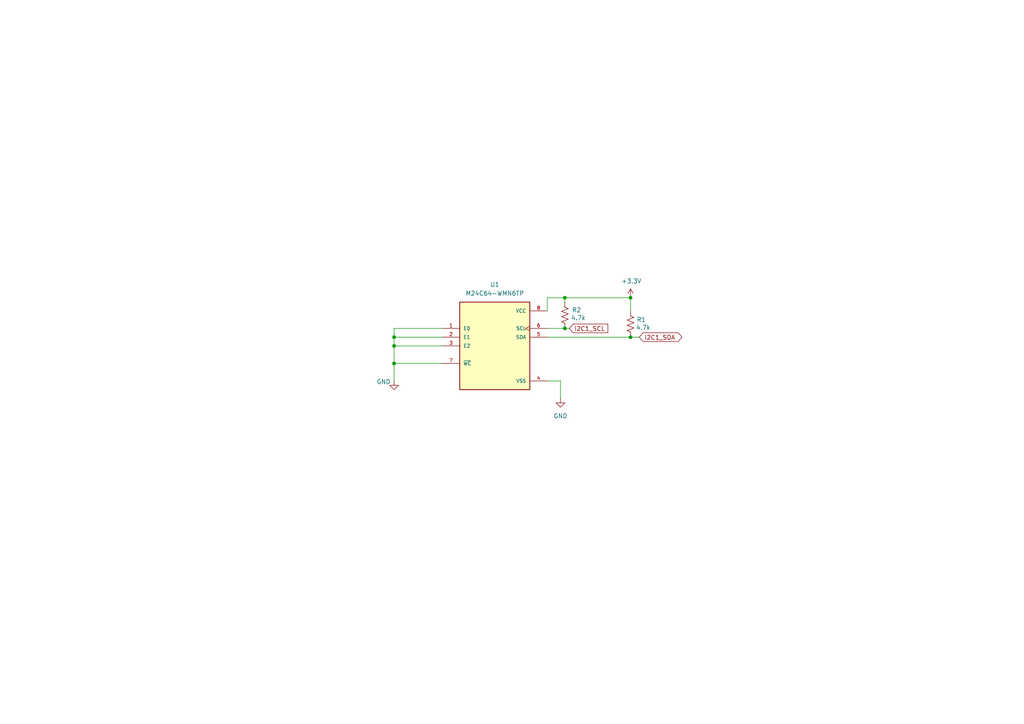
<source format=kicad_sch>
(kicad_sch (version 20250114) (generator "eeschema") (generator_version "9.0")
  (paper "A4")
  (lib_symbols
    (symbol "Device:R_US" (pin_numbers (hide yes)) (pin_names (offset 0))
      (property "Reference" "R" (at 2.54 0 90))
      (property "Value" "R_US" (at -2.54 0 90))
      (symbol "R_US_0_1"
        (polyline (pts (xy 0 2.286) (xy 0 2.54)))
        (polyline (pts (xy 0 2.286) (xy 1.016 1.905) (xy 0 1.524) (xy -1.016 1.143) (xy 0 0.762)))
        (polyline (pts (xy 0 0.762) (xy 1.016 0.381) (xy 0 0) (xy -1.016 -0.381) (xy 0 -0.762)))
        (polyline (pts (xy 0 -0.762) (xy 1.016 -1.143) (xy 0 -1.524) (xy -1.016 -1.905) (xy 0 -2.286)))
        (polyline (pts (xy 0 -2.286) (xy 0 -2.54)))
      )
      (symbol "R_US_1_1"
        (pin passive line (at 0 3.81 270) (length 1.27) (name "~") (number "1"))
        (pin passive line (at 0 -3.81 90) (length 1.27) (name "~") (number "2"))
      )
    )
    (symbol "M24C64-WMN6TP:M24C64-WMN6TP" (pin_names (offset 1.016))
      (property "Reference" "U" (at -10.16 13.335 0))
      (property "Value" "M24C64-WMN6TP" (at -10.16 -15.24 0))
      (symbol "M24C64-WMN6TP_0_0"
        (rectangle (start -10.16 -12.7) (end 10.16 12.7) (stroke (width 0.254)) (fill (type background)))
        (pin input line (at -15.24 5.08 0) (length 5.08) (name "E0") (number "1"))
        (pin input line (at -15.24 2.54 0) (length 5.08) (name "E1") (number "2"))
        (pin input line (at -15.24 0 0) (length 5.08) (name "E2") (number "3"))
        (pin input line (at -15.24 -5.08 0) (length 5.08) (name "~{WC}") (number "7"))
        (pin power_in line (at 15.24 10.16 180) (length 5.08) (name "VCC") (number "8"))
        (pin input clock (at 15.24 5.08 180) (length 5.08) (name "SCL") (number "6"))
        (pin bidirectional line (at 15.24 2.54 180) (length 5.08) (name "SDA") (number "5"))
        (pin power_in line (at 15.24 -10.16 180) (length 5.08) (name "VSS") (number "4"))
      )
    )
    (symbol "power:+3.3V" (power) (pin_numbers (hide yes)) (pin_names (offset 0) (hide yes))
      (property "Value" "+3.3V" (at 0 3.556 0))
      (symbol "+3.3V_0_1"
        (polyline (pts (xy -0.762 1.27) (xy 0 2.54)))
        (polyline (pts (xy 0 2.54) (xy 0.762 1.27)))
        (polyline (pts (xy 0 0) (xy 0 2.54)))
      )
      (symbol "+3.3V_1_1"
        (pin power_in line (at 0 0 90) (length 0) (name "~") (number "1"))
      )
    )
    (symbol "power:GND" (power) (pin_numbers (hide yes)) (pin_names (offset 0) (hide yes))
      (property "Value" "GND" (at 0 -3.81 0))
      (symbol "GND_0_1"
        (polyline (pts (xy 0 0) (xy 0 -1.27) (xy 1.27 -1.27) (xy 0 -2.54) (xy -1.27 -1.27) (xy 0 -1.27)))
      )
      (symbol "GND_1_1"
        (pin power_in line (at 0 0 270) (length 0) (name "~") (number "1"))
      )
    )
  )
  (junction (at 114.3 100.33))
  (junction (at 163.83 95.25))
  (junction (at 163.83 86.36))
  (junction (at 182.88 97.79))
  (junction (at 114.3 105.41))
  (junction (at 114.3 97.79))
  (junction (at 182.88 86.36))
  (wire (pts (xy 158.75 110.49) (xy 162.56 110.49)))
  (wire (pts (xy 182.88 86.36) (xy 182.88 90.17)))
  (wire (pts (xy 114.3 97.79) (xy 114.3 100.33)))
  (wire (pts (xy 182.88 97.79) (xy 185.42 97.79)))
  (wire (pts (xy 128.27 95.25) (xy 114.3 95.25)))
  (wire (pts (xy 182.88 86.36) (xy 163.83 86.36)))
  (wire (pts (xy 163.83 86.36) (xy 158.75 86.36)))
  (wire (pts (xy 114.3 105.41) (xy 128.27 105.41)))
  (wire (pts (xy 158.75 95.25) (xy 163.83 95.25)))
  (wire (pts (xy 158.75 86.36) (xy 158.75 90.17)))
  (wire (pts (xy 128.27 100.33) (xy 114.3 100.33)))
  (wire (pts (xy 163.83 95.25) (xy 165.1 95.25)))
  (wire (pts (xy 114.3 105.41) (xy 114.3 100.33)))
  (wire (pts (xy 163.83 86.36) (xy 163.83 87.63)))
  (wire (pts (xy 114.3 110.49) (xy 114.3 105.41)))
  (wire (pts (xy 114.3 95.25) (xy 114.3 97.79)))
  (wire (pts (xy 158.75 97.79) (xy 182.88 97.79)))
  (wire (pts (xy 128.27 97.79) (xy 114.3 97.79)))
  (wire (pts (xy 162.56 110.49) (xy 162.56 115.57)))
  (global_label "I2C1_SDA" (shape bidirectional) (at 185.42 97.79 0) (property "Intersheetrefs" "${INTERSHEET_REFS}" (effects (hide yes))))
  (global_label "I2C1_SCL" (shape input) (at 165.1 95.25 0) (property "Intersheetrefs" "${INTERSHEET_REFS}" (effects (hide yes))))
  (symbol (lib_id "power:+3.3V") (at 182.88 86.36 0) (unit 1)
    (property "Reference" "#PWR03" (effects (hide yes)))
    (property "Value" "+3.3V" (at 183.134 81.534 0))
    (property "Description" "Power symbol creates a global label with name \"+3.3V\"" (effects (hide yes)))
  )
  (symbol (lib_id "Device:R_US") (at 163.83 91.44 0) (unit 1)
    (property "Reference" "R2" (at 165.862 89.916 0) (effects (justify left)))
    (property "Value" "4.7k" (at 165.608 92.202 0) (effects (justify left)))
    (property "Footprint" "Resistor_SMD:R_0805_2012Metric" (effects (hide yes)))
    (property "Description" "Resistor, US symbol" (effects (hide yes)))
  )
  (symbol (lib_id "M24C64-WMN6TP:M24C64-WMN6TP") (at 143.51 100.33 0) (unit 1)
    (property "Reference" "U1" (at 143.51 82.55 0))
    (property "Value" "M24C64-WMN6TP" (at 143.51 85.09 0))
    (property "Footprint" "EEProm Footprint:SOIC127P600X175-8N" (effects (hide yes)))
    (property "Datasheet" "https://www.st.com/content/ccc/resource/technical/document/datasheet/5c/df/52/a5/15/f2/48/bd/CD00259166.pdf/files/CD00259166.pdf/jcr:content/translations/en.CD00259166.pdf" (effects (hide yes)))
    (property "PARTREV" "38" (effects (hide yes)))
    (property "MANUFACTURER" "STMicroelectronics" (effects (hide yes)))
    (property "MAXIMUM_PACKAGE_HEIGHT" "1.75 mm" (effects (hide yes)))
    (property "STANDARD" "IPC-7351B" (effects (hide yes)))
  )
  (symbol (lib_id "power:GND") (at 162.56 115.57 0) (unit 1)
    (property "Reference" "#PWR02" (effects (hide yes)))
    (property "Value" "GND" (at 162.56 120.65 0))
    (property "Description" "Power symbol creates a global label with name \"GND\" , ground" (effects (hide yes)))
  )
  (symbol (lib_id "Device:R_US") (at 182.88 93.98 0) (unit 1)
    (property "Reference" "R1" (at 184.658 92.71 0) (effects (justify left)))
    (property "Value" "4.7k" (at 184.404 94.996 0) (effects (justify left)))
    (property "Footprint" "Resistor_SMD:R_0805_2012Metric" (effects (hide yes)))
    (property "Description" "Resistor, US symbol" (effects (hide yes)))
  )
  (symbol (lib_id "power:GND") (at 114.3 110.49 0) (unit 1)
    (property "Reference" "#PWR01" (effects (hide yes)))
    (property "Value" "GND" (at 111.252 110.744 0))
    (property "Description" "Power symbol creates a global label with name \"GND\" , ground" (effects (hide yes)))
  )
)
</source>
